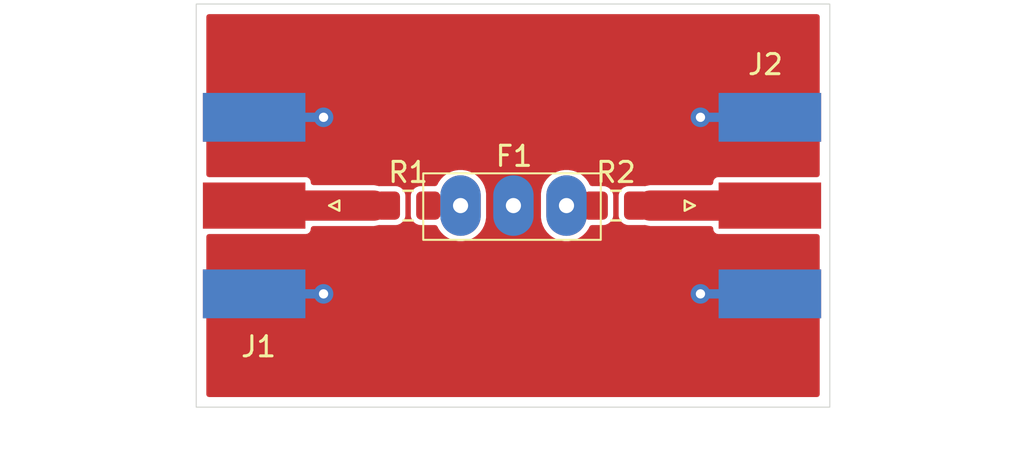
<source format=kicad_pcb>
(kicad_pcb (version 20240108) (generator "pcbnew") (generator_version "8.0")
  (layers (0 "F.Cu" signal) (31 "B.Cu" signal) (34 "B.Paste" user) (35 "F.Paste" user) (36 "B.SilkS" user "B.Silkscreen") (37 "F.SilkS" user "F.Silkscreen") (38 "B.Mask" user) (39 "F.Mask" user) (44 "Edge.Cuts" user))
  (net 0 "")
  (net 1 "GND")
  (net 2 "Net-(J1-In)")
  (net 3 "Net-(J2-In)")
  (net 4 "Net-(F1-Input)")
  (net 5 "Net-(F1-Output)")
  (footprint "Resistor_SMD:R_0805_2012Metric_Pad1.20x1.40mm_HandSolder" (layer "F.Cu") (at 124.5 99.8)
    (property "Reference" "R1" (at 0 -1.65 0) (layer "F.SilkS"))
    (property "Value" "280")
    (fp_line (start -0.227064 -0.735) (end 0.227064 -0.735) (stroke (width 0.12)) (layer "F.SilkS"))
    (fp_line (start -0.227064 0.735) (end 0.227064 0.735) (stroke (width 0.12)) (layer "F.SilkS"))
    (pad "1" smd roundrect (at -1 0) (size 1.2 1.4) (layers "F.Cu" "F.Paste" "F.Mask") (roundrect_rratio 0.208333) (net 2 "Net-(J1-In)"))
    (pad "2" smd roundrect (at 1 0) (size 1.2 1.4) (layers "F.Cu" "F.Paste" "F.Mask") (roundrect_rratio 0.208333) (net 4 "Net-(F1-Input)"))
  )
  (footprint "Connector_Coaxial:SMA_Molex_73251-1153_EdgeMount_Horizontal" (layer "F.Cu") (at 118.59 99.8)
    (property "Reference" "J1" (at -1.5 7 0) (layer "F.SilkS"))
    (property "Value" "Conn_Coaxial")
    (fp_line (start 2 0) (end 2.5 -0.25) (stroke (width 0.12)) (layer "F.SilkS"))
    (fp_line (start 2.5 -0.25) (end 2.5 0.25) (stroke (width 0.12)) (layer "F.SilkS"))
    (fp_line (start 2.5 0.25) (end 2 0) (stroke (width 0.12)) (layer "F.SilkS"))
    (pad "1" smd rect (at -1.72 0) (size 5.08 2.29) (layers "F.Cu" "F.Paste" "F.Mask") (net 2 "Net-(J1-In)"))
    (pad "2" smd rect (at -1.72 -4.38) (size 5.08 2.42) (layers "F.Cu" "F.Paste" "F.Mask") (net 1 "GND"))
    (pad "2" smd rect (at -1.72 -4.38) (size 5.08 2.42) (layers "B.Cu" "B.Paste" "B.Mask") (net 1 "GND"))
    (pad "2" smd rect (at -1.72 4.38) (size 5.08 2.42) (layers "F.Cu" "F.Paste" "F.Mask") (net 1 "GND"))
    (pad "2" smd rect (at -1.72 4.38) (size 5.08 2.42) (layers "B.Cu" "B.Paste" "B.Mask") (net 1 "GND"))
    (pad "2" smd rect (at 1.27 -4.38) (size 0.95 0.46) (layers "F.Cu") (net 1 "GND"))
    (pad "2" smd rect (at 1.27 -4.38) (size 0.95 0.46) (layers "B.Cu") (net 1 "GND"))
    (pad "2" smd rect (at 1.27 4.38) (size 0.95 0.46) (layers "F.Cu") (net 1 "GND"))
    (pad "2" smd rect (at 1.27 4.38) (size 0.95 0.46) (layers "B.Cu") (net 1 "GND"))
    (pad "2" thru_hole circle (at 1.72 -4.38) (size 0.97 0.97) (drill 0.46) (layers "*.Cu") (net 1 "GND"))
    (pad "2" thru_hole circle (at 1.72 4.38) (size 0.97 0.97) (drill 0.46) (layers "*.Cu") (net 1 "GND"))
  )
  (footprint "Filtr-ceramiczny:SFELF10M7-MURATA" (layer "F.Cu") (at 128.45 99.8)
    (property "Reference" "F1" (at 1.3 -2.45 0) (layer "F.SilkS"))
    (property "Value" "MURATA10.7M-SFELF")
    (fp_rect (start -3.2 -1.6) (end 5.6 1.7) (stroke (width 0.1)) (fill none) (layer "F.SilkS"))
    (pad "1" thru_hole oval (at -1.35 0) (size 2 3) (drill 0.75) (layers "*.Cu" "*.Mask") (net 4 "Net-(F1-Input)"))
    (pad "2" thru_hole oval (at 1.27 0) (size 2 3) (drill 0.75) (layers "*.Cu" "*.Mask") (net 1 "GND"))
    (pad "3" thru_hole oval (at 3.9 0) (size 2 3) (drill 0.75) (layers "*.Cu" "*.Mask") (net 5 "Net-(F1-Output)"))
  )
  (footprint "Resistor_SMD:R_0805_2012Metric_Pad1.20x1.40mm_HandSolder" (layer "F.Cu") (at 134.8 99.8)
    (property "Reference" "R2" (at 0 -1.65 0) (layer "F.SilkS"))
    (property "Value" "280")
    (fp_line (start -0.227064 -0.735) (end 0.227064 -0.735) (stroke (width 0.12)) (layer "F.SilkS"))
    (fp_line (start -0.227064 0.735) (end 0.227064 0.735) (stroke (width 0.12)) (layer "F.SilkS"))
    (pad "1" smd roundrect (at -1 0) (size 1.2 1.4) (layers "F.Cu" "F.Paste" "F.Mask") (roundrect_rratio 0.208333) (net 5 "Net-(F1-Output)"))
    (pad "2" smd roundrect (at 1 0) (size 1.2 1.4) (layers "F.Cu" "F.Paste" "F.Mask") (roundrect_rratio 0.208333) (net 3 "Net-(J2-In)"))
  )
  (footprint "Connector_Coaxial:SMA_Molex_73251-1153_EdgeMount_Horizontal" (layer "F.Cu") (at 140.71 99.8 180)
    (property "Reference" "J2" (at -1.5 7 180) (layer "F.SilkS"))
    (property "Value" "Conn_Coaxial")
    (fp_line (start 2.5 0.25) (end 2 0) (stroke (width 0.12)) (layer "F.SilkS"))
    (fp_line (start 2.5 -0.25) (end 2.5 0.25) (stroke (width 0.12)) (layer "F.SilkS"))
    (fp_line (start 2 0) (end 2.5 -0.25) (stroke (width 0.12)) (layer "F.SilkS"))
    (pad "1" smd rect (at -1.72 0 180) (size 5.08 2.29) (layers "F.Cu" "F.Paste" "F.Mask") (net 3 "Net-(J2-In)"))
    (pad "2" smd rect (at -1.72 -4.38 180) (size 5.08 2.42) (layers "F.Cu" "F.Paste" "F.Mask") (net 1 "GND"))
    (pad "2" smd rect (at -1.72 -4.38 180) (size 5.08 2.42) (layers "B.Cu" "B.Paste" "B.Mask") (net 1 "GND"))
    (pad "2" smd rect (at -1.72 4.38 180) (size 5.08 2.42) (layers "F.Cu" "F.Paste" "F.Mask") (net 1 "GND"))
    (pad "2" smd rect (at -1.72 4.38 180) (size 5.08 2.42) (layers "B.Cu" "B.Paste" "B.Mask") (net 1 "GND"))
    (pad "2" smd rect (at 1.27 -4.38 180) (size 0.95 0.46) (layers "F.Cu") (net 1 "GND"))
    (pad "2" smd rect (at 1.27 -4.38 180) (size 0.95 0.46) (layers "B.Cu") (net 1 "GND"))
    (pad "2" smd rect (at 1.27 4.38 180) (size 0.95 0.46) (layers "F.Cu") (net 1 "GND"))
    (pad "2" smd rect (at 1.27 4.38 180) (size 0.95 0.46) (layers "B.Cu") (net 1 "GND"))
    (pad "2" thru_hole circle (at 1.72 -4.38 180) (size 0.97 0.97) (drill 0.46) (layers "*.Cu") (net 1 "GND"))
    (pad "2" thru_hole circle (at 1.72 4.38 180) (size 0.97 0.97) (drill 0.46) (layers "*.Cu") (net 1 "GND"))
  )
  (gr_arc (start 128.799999 96.9) (mid 128.852049 97.047808) (end 128.879997 97.202) (stroke (width 0.2)) (layer "F.Cu") (net 1))
  (gr_rect (start 114 89.8) (end 145.4 109.8) (stroke (width 0.05)) (fill none) (layer "Edge.Cuts"))
  (segment (start 120.4 99.8) (end 120.37 99.77) (width 0.35) (layer "F.Cu") (net 2))
  (segment (start 116.98 99.8) (end 122.8 99.8) (width 1.5) (layer "F.Cu") (net 2))
  (segment (start 136.5 99.8) (end 142.1 99.8) (width 1.5) (layer "F.Cu") (net 3))
  (segment (start 127.07 99.77) (end 127.1 99.8) (width 0.35) (layer "F.Cu") (net 4))
  (zone (net 1) (net_name "GND") (layer "F.Cu") (connect_pads yes (clearance 0.265)) (min_thickness 0.265) (fill yes (thermal_gap 0.2) (thermal_bridge_width 0.5) (smoothing fillet))
    (polygon (pts (xy 113.3 89.6) (xy 145.5 89.6) (xy 145.8 110.3) (xy 113.1 110.3)))
  )
)
</source>
